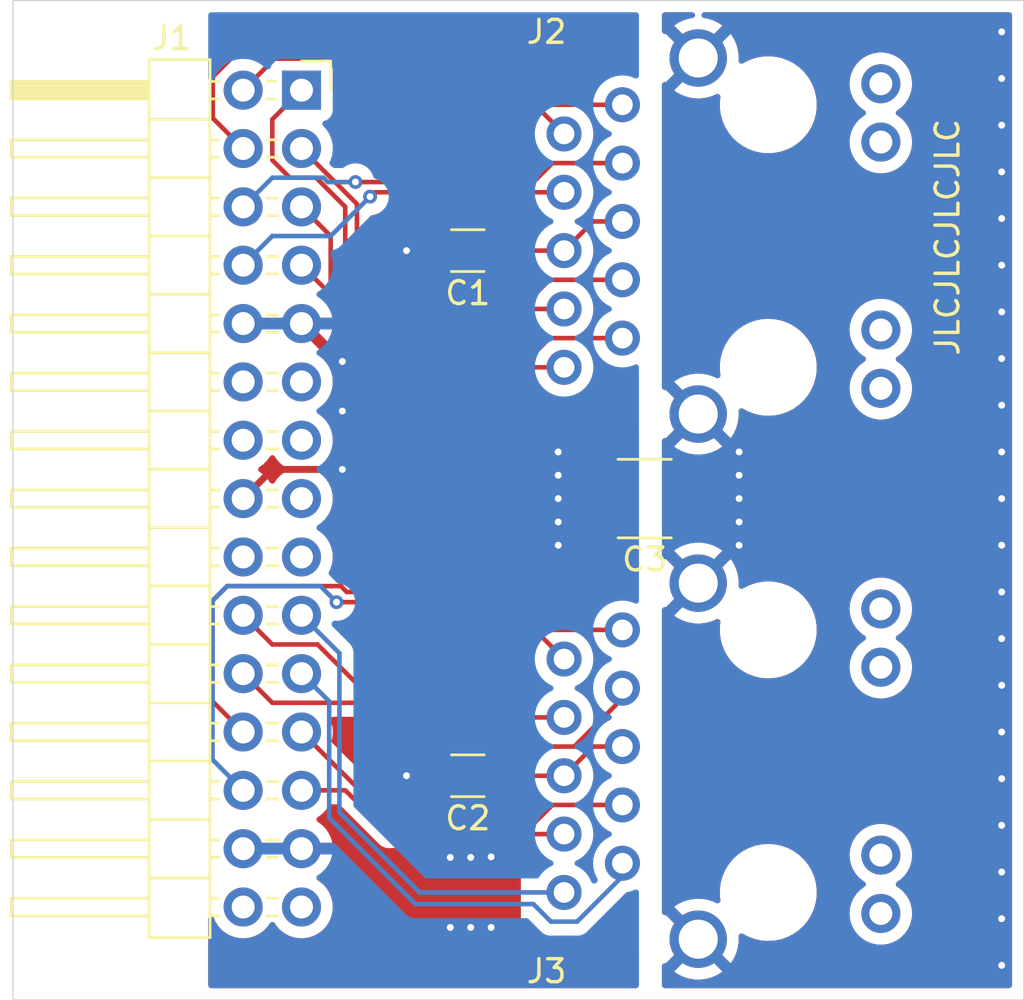
<source format=kicad_pcb>
(kicad_pcb (version 20211014) (generator pcbnew)
  (layers (0 "F.Cu" signal) (31 "B.Cu" signal) (34 "B.Paste" user) (35 "F.Paste" user) (36 "B.SilkS" user "B.Silkscreen") (37 "F.SilkS" user "F.Silkscreen") (38 "B.Mask" user) (39 "F.Mask" user) (44 "Edge.Cuts" user))
  (net 0 "")
  (net 1 "GND")
  (net 2 "Net-(C1-Pad1)")
  (net 3 "Net-(C2-Pad1)")
  (net 4 "Earth")
  (net 5 "/ETH1_4_P")
  (net 6 "/ETH1_4_N")
  (net 7 "/ETH1_3_N")
  (net 8 "/ETH1_3_P")
  (net 9 "Net-(J1-Pad25)")
  (net 10 "Net-(J1-Pad24)")
  (net 11 "Net-(J1-Pad22)")
  (net 12 "/ETH2_3_P")
  (net 13 "/ETH2_3_N")
  (net 14 "/ETH2_4_N")
  (net 15 "/ETH2_4_P")
  (net 16 "Net-(J1-Pad16)")
  (net 17 "Net-(J1-Pad15)")
  (net 18 "/ETH2_2_P")
  (net 19 "/ETH2_2_N")
  (net 20 "/ETH2_1_N")
  (net 21 "/ETH2_1_P")
  (net 22 "Net-(J1-Pad9)")
  (net 23 "Net-(J1-Pad8)")
  (net 24 "Net-(J1-Pad7)")
  (net 25 "Net-(J1-Pad6)")
  (net 26 "/ETH1_1_P")
  (net 27 "/ETH1_1_N")
  (net 28 "/ETH1_2_N")
  (net 29 "/ETH1_2_P")
  (net 30 "Net-(J2-Pad14)")
  (net 31 "Net-(J2-Pad13)")
  (net 32 "Net-(J2-Pad12)")
  (net 33 "Net-(J2-Pad11)")
  (net 34 "Net-(J3-Pad14)")
  (net 35 "Net-(J3-Pad13)")
  (net 36 "Net-(J3-Pad12)")
  (net 37 "Net-(J3-Pad11)")
  (footprint "PMOD:PinHeader_2x15_P2.54mm_Horizontal_PMOD" (layer "F.Cu") (at 37.592 25.4)
    (fp_text reference "J1" (at -7.687 -2.27) (layer "F.SilkS"))
    (fp_text value "P1")
    (fp_line (start -14.672 18.16) (end -8.672 18.16) (layer "F.SilkS") (width 0.12))
    (fp_line (start -8.672 4.7) (end -14.672 4.7) (layer "F.SilkS") (width 0.12))
    (fp_line (start -5.614929 5.46) (end -6.012 5.46) (layer "F.SilkS") (width 0.12))
    (fp_line (start -8.672 22.48) (end -14.672 22.48) (layer "F.SilkS") (width 0.12))
    (fp_line (start -5.614929 28.32) (end -6.012 28.32) (layer "F.SilkS") (width 0.12))
    (fp_line (start -8.672 0.16) (end -14.672 0.16) (layer "F.SilkS") (width 0.12))
    (fp_line (start -3.074929 32.64) (end -3.529071 32.64) (layer "F.SilkS") (width 0.12))
    (fp_line (start -6.012 34.29) (end -8.672 34.29) (layer "F.SilkS") (width 0.12))
    (fp_line (start -3.074929 35.18) (end -3.529071 35.18) (layer "F.SilkS") (width 0.12))
    (fp_line (start -8.672 12.32) (end -14.672 12.32) (layer "F.SilkS") (width 0.12))
    (fp_line (start -8.672 -0.2) (end -14.672 -0.2) (layer "F.SilkS") (width 0.12))
    (fp_line (start -6.012 31.75) (end -8.672 31.75) (layer "F.SilkS") (width 0.12))
    (fp_line (start -3.074929 23.24) (end -3.529071 23.24) (layer "F.SilkS") (width 0.12))
    (fp_line (start -5.614929 8) (end -6.012 8) (layer "F.SilkS") (width 0.12))
    (fp_line (start -3.074929 7.24) (end -3.529071 7.24) (layer "F.SilkS") (width 0.12))
    (fp_line (start -3.074929 25.02) (end -3.529071 25.02) (layer "F.SilkS") (width 0.12))
    (fp_line (start -14.672 30.86) (end -8.672 30.86) (layer "F.SilkS") (width 0.12))
    (fp_line (start -3.074929 22.48) (end -3.529071 22.48) (layer "F.SilkS") (width 0.12))
    (fp_line (start -5.614929 10.54) (end -6.012 10.54) (layer "F.SilkS") (width 0.12))
    (fp_line (start -8.672 19.94) (end -14.672 19.94) (layer "F.SilkS") (width 0.12))
    (fp_line (start -0.762 0) (end -0.762 -1.27) (layer "F.SilkS") (width 0.12))
    (fp_line (start -3.074929 27.56) (end -3.529071 27.56) (layer "F.SilkS") (width 0.12))
    (fp_line (start -5.614929 9.78) (end -6.012 9.78) (layer "F.SilkS") (width 0.12))
    (fp_line (start -6.012 -1.33) (end -6.012 36.89) (layer "F.SilkS") (width 0.12))
    (fp_line (start -14.672 -0.38) (end -14.672 0.38) (layer "F.SilkS") (width 0.12))
    (fp_line (start -6.012 6.35) (end -8.672 6.35) (layer "F.SilkS") (width 0.12))
    (fp_line (start -5.614929 13.08) (end -6.012 13.08) (layer "F.SilkS") (width 0.12))
    (fp_line (start -8.672 -1.33) (end -6.012 -1.33) (layer "F.SilkS") (width 0.12))
    (fp_line (start -14.672 35.18) (end -14.672 35.94) (layer "F.SilkS") (width 0.12))
    (fp_line (start -6.012 21.59) (end -8.672 21.59) (layer "F.SilkS") (width 0.12))
    (fp_line (start -3.074929 10.54) (end -3.529071 10.54) (layer "F.SilkS") (width 0.12))
    (fp_line (start -14.672 0.38) (end -8.672 0.38) (layer "F.SilkS") (width 0.12))
    (fp_line (start -3.074929 2.92) (end -3.529071 2.92) (layer "F.SilkS") (width 0.12))
    (fp_line (start -8.672 14.86) (end -14.672 14.86) (layer "F.SilkS") (width 0.12))
    (fp_line (start -5.614929 17.4) (end -6.012 17.4) (layer "F.SilkS") (width 0.12))
    (fp_line (start -14.672 19.94) (end -14.672 20.7) (layer "F.SilkS") (width 0.12))
    (fp_line (start -14.672 27.56) (end -14.672 28.32) (layer "F.SilkS") (width 0.12))
    (fp_line (start -3.074929 33.4) (end -3.529071 33.4) (layer "F.SilkS") (width 0.12))
    (fp_line (start -14.672 25.78) (end -8.672 25.78) (layer "F.SilkS") (width 0.12))
    (fp_line (start -5.614929 2.92) (end -6.012 2.92) (layer "F.SilkS") (width 0.12))
    (fp_line (start -14.672 2.16) (end -14.672 2.92) (layer "F.SilkS") (width 0.12))
    (fp_line (start -14.672 2.92) (end -8.672 2.92) (layer "F.SilkS") (width 0.12))
    (fp_line (start -6.012 11.43) (end -8.672 11.43) (layer "F.SilkS") (width 0.12))
    (fp_line (start -8.672 17.4) (end -14.672 17.4) (layer "F.SilkS") (width 0.12))
    (fp_line (start -6.012 1.27) (end -8.672 1.27) (layer "F.SilkS") (width 0.12))
    (fp_line (start -5.614929 19.94) (end -6.012 19.94) (layer "F.SilkS") (width 0.12))
    (fp_line (start -3.142 -0.38) (end -3.529071 -0.38) (layer "F.SilkS") (width 0.12))
    (fp_line (start -3.074929 14.86) (end -3.529071 14.86) (layer "F.SilkS") (width 0.12))
    (fp_line (start -14.672 7.24) (end -14.672 8) (layer "F.SilkS") (width 0.12))
    (fp_line (start -3.074929 18.16) (end -3.529071 18.16) (layer "F.SilkS") (width 0.12))
    (fp_line (start -5.614929 2.16) (end -6.012 2.16) (layer "F.SilkS") (width 0.12))
    (fp_line (start -3.074929 12.32) (end -3.529071 12.32) (layer "F.SilkS") (width 0.12))
    (fp_line (start -14.672 10.54) (end -8.672 10.54) (layer "F.SilkS") (width 0.12))
    (fp_line (start -5.614929 14.86) (end -6.012 14.86) (layer "F.SilkS") (width 0.12))
    (fp_line (start -5.614929 4.7) (end -6.012 4.7) (layer "F.SilkS") (width 0.12))
    (fp_line (start -14.672 12.32) (end -14.672 13.08) (layer "F.SilkS") (width 0.12))
    (fp_line (start -14.672 32.64) (end -14.672 33.4) (layer "F.SilkS") (width 0.12))
    (fp_line (start -5.614929 35.18) (end -6.012 35.18) (layer "F.SilkS") (width 0.12))
    (fp_line (start -8.672 -0.08) (end -14.672 -0.08) (layer "F.SilkS") (width 0.12))
    (fp_line (start -6.012 29.21) (end -8.672 29.21) (layer "F.SilkS") (width 0.12))
    (fp_line (start -8.672 35.18) (end -14.672 35.18) (layer "F.SilkS") (width 0.12))
    (fp_line (start -6.012 26.67) (end -8.672 26.67) (layer "F.SilkS") (width 0.12))
    (fp_line (start -5.614929 27.56) (end -6.012 27.56) (layer "F.SilkS") (width 0.12))
    (fp_line (start -6.012 8.89) (end -8.672 8.89) (layer "F.SilkS") (width 0.12))
    (fp_line (start -8.672 36.89) (end -8.672 -1.33) (layer "F.SilkS") (width 0.12))
    (fp_line (start -14.672 15.62) (end -8.672 15.62) (layer "F.SilkS") (width 0.12))
    (fp_line (start -5.614929 30.86) (end -6.012 30.86) (layer "F.SilkS") (width 0.12))
    (fp_line (start -3.074929 30.1) (end -3.529071 30.1) (layer "F.SilkS") (width 0.12))
    (fp_line (start -5.614929 15.62) (end -6.012 15.62) (layer "F.SilkS") (width 0.12))
    (fp_line (start -3.074929 28.32) (end -3.529071 28.32) (layer "F.SilkS") (width 0.12))
    (fp_line (start -5.614929 12.32) (end -6.012 12.32) (layer "F.SilkS") (width 0.12))
    (fp_line (start -6.012 36.89) (end -8.672 36.89) (layer "F.SilkS") (width 0.12))
    (fp_line (start -3.074929 5.46) (end -3.529071 5.46) (layer "F.SilkS") (width 0.12))
    (fp_line (start -0.762 -1.27) (end -2.032 -1.27) (layer "F.SilkS") (width 0.12))
    (fp_line (start -3.074929 19.94) (end -3.529071 19.94) (layer "F.SilkS") (width 0.12))
    (fp_line (start -5.614929 33.4) (end -6.012 33.4) (layer "F.SilkS") (width 0.12))
    (fp_line (start -3.074929 30.86) (end -3.529071 30.86) (layer "F.SilkS") (width 0.12))
    (fp_line (start -8.672 2.16) (end -14.672 2.16) (layer "F.SilkS") (width 0.12))
    (fp_line (start -14.672 25.02) (end -14.672 25.78) (layer "F.SilkS") (width 0.12))
    (fp_line (start -5.614929 25.78) (end -6.012 25.78) (layer "F.SilkS") (width 0.12))
    (fp_line (start -5.614929 25.02) (end -6.012 25.02) (layer "F.SilkS") (width 0.12))
    (fp_line (start -6.012 3.81) (end -8.672 3.81) (layer "F.SilkS") (width 0.12))
    (fp_line (start -5.614929 30.1) (end -6.012 30.1) (layer "F.SilkS") (width 0.12))
    (fp_line (start -8.672 0.04) (end -14.672 0.04) (layer "F.SilkS") (width 0.12))
    (fp_line (start -8.672 30.1) (end -14.672 30.1) (layer "F.SilkS") (width 0.12))
    (fp_line (start -8.672 0.28) (end -14.672 0.28) (layer "F.SilkS") (width 0.12))
    (fp_line (start -8.672 9.78) (end -14.672 9.78) (layer "F.SilkS") (width 0.12))
    (fp_line (start -6.012 16.51) (end -8.672 16.51) (layer "F.SilkS") (width 0.12))
    (fp_line (start -5.614929 20.7) (end -6.012 20.7) (layer "F.SilkS") (width 0.12))
    (fp_line (start -3.074929 17.4) (end -3.529071 17.4) (layer "F.SilkS") (width 0.12))
    (fp_line (start -8.672 -0.38) (end -14.672 -0.38) (layer "F.SilkS") (width 0.12))
    (fp_line (start -14.672 30.1) (end -14.672 30.86) (layer "F.SilkS") (width 0.12))
    (fp_line (start -14.672 5.46) (end -8.672 5.46) (layer "F.SilkS") (width 0.12))
    (fp_line (start -3.074929 15.62) (end -3.529071 15.62) (layer "F.SilkS") (width 0.12))
    (fp_line (start -3.074929 20.7) (end -3.529071 20.7) (layer "F.SilkS") (width 0.12))
    (fp_line (start -3.142 0.38) (end -3.529071 0.38) (layer "F.SilkS") (width 0.12))
    (fp_line (start -14.672 23.24) (end -8.672 23.24) (layer "F.SilkS") (width 0.12))
    (fp_line (start -8.672 25.02) (end -14.672 25.02) (layer "F.SilkS") (width 0.12))
    (fp_line (start -3.074929 35.94) (end -3.529071 35.94) (layer "F.SilkS") (width 0.12))
    (fp_line (start -14.672 14.86) (end -14.672 15.62) (layer "F.SilkS") (width 0.12))
    (fp_line (start -14.672 8) (end -8.672 8) (layer "F.SilkS") (width 0.12))
    (fp_line (start -5.614929 -0.38) (end -6.012 -0.38) (layer "F.SilkS") (width 0.12))
    (fp_line (start -3.074929 2.16) (end -3.529071 2.16) (layer "F.SilkS") (width 0.12))
    (fp_line (start -8.672 -0.32) (end -14.672 -0.32) (layer "F.SilkS") (width 0.12))
    (fp_line (start -8.672 27.56) (end -14.672 27.56) (layer "F.SilkS") (width 0.12))
    (fp_line (start -3.074929 8) (end -3.529071 8) (layer "F.SilkS") (width 0.12))
    (fp_line (start -3.074929 13.08) (end -3.529071 13.08) (layer "F.SilkS") (width 0.12))
    (fp_line (start -5.614929 35.94) (end -6.012 35.94) (layer "F.SilkS") (width 0.12))
    (fp_line (start -5.614929 7.24) (end -6.012 7.24) (layer "F.SilkS") (width 0.12))
    (fp_line (start -14.672 20.7) (end -8.672 20.7) (layer "F.SilkS") (width 0.12))
    (fp_line (start -14.672 28.32) (end -8.672 28.32) (layer "F.SilkS") (width 0.12))
    (fp_line (start -6.012 24.13) (end -8.672 24.13) (layer "F.SilkS") (width 0.12))
    (fp_line (start -5.614929 18.16) (end -6.012 18.16) (layer "F.SilkS") (width 0.12))
    (fp_line (start -6.012 19.05) (end -8.672 19.05) (layer "F.SilkS") (width 0.12))
    (fp_line (start -8.672 7.24) (end -14.672 7.24) (layer "F.SilkS") (width 0.12))
    (fp_line (start -14.672 9.78) (end -14.672 10.54) (layer "F.SilkS") (width 0.12))
    (fp_line (start -14.672 35.94) (end -8.672 35.94) (layer "F.SilkS") (width 0.12))
    (fp_line (start -14.672 33.4) (end -8.672 33.4) (layer "F.SilkS") (width 0.12))
    (fp_line (start -5.614929 32.64) (end -6.012 32.64) (layer "F.SilkS") (width 0.12))
    (fp_line (start -14.672 22.48) (end -14.672 23.24) (layer "F.SilkS") (width 0.12))
    (fp_line (start -3.074929 9.78) (end -3.529071 9.78) (layer "F.SilkS") (width 0.12))
    (fp_line (start -5.614929 0.38) (end -6.012 0.38) (layer "F.SilkS") (width 0.12))
    (fp_line (start -14.672 13.08) (end -8.672 13.08) (layer "F.SilkS") (width 0.12))
    (fp_line (start -8.672 32.64) (end -14.672 32.64) (layer "F.SilkS") (width 0.12))
    (fp_line (start -5.614929 23.24) (end -6.012 23.24) (layer "F.SilkS") (width 0.12))
    (fp_line (start -5.614929 22.48) (end -6.012 22.48) (layer "F.SilkS") (width 0.12))
    (fp_line (start -3.074929 4.7) (end -3.529071 4.7) (layer "F.SilkS") (width 0.12))
    (fp_line (start -6.012 13.97) (end -8.672 13.97) (layer "F.SilkS") (width 0.12))
    (fp_line (start -3.074929 25.78) (end -3.529071 25.78) (layer "F.SilkS") (width 0.12))
    (fp_line (start -14.672 4.7) (end -14.672 5.46) (layer "F.SilkS") (width 0.12))
    (fp_line (start -14.672 17.4) (end -14.672 18.16) (layer "F.SilkS") (width 0.12))
    (pad "1" thru_hole rect locked (at -2.032 0) (size 1.7 1.7) (drill 1) (layers *.Cu *.Mask) (net 29 "/ETH1_2_P"))
    (pad "2" thru_hole oval locked (at -2.032 2.54) (size 1.7 1.7) (drill 1) (layers *.Cu *.Mask) (net 28 "/ETH1_2_N"))
    (pad "3" thru_hole oval locked (at -2.032 5.08) (size 1.7 1.7) (drill 1) (layers *.Cu *.Mask) (net 27 "/ETH1_1_N"))
    (pad "4" thru_hole oval locked (at -2.032 7.62) (size 1.7 1.7) (drill 1) (layers *.Cu *.Mask) (net 26 "/ETH1_1_P"))
    (pad "5" thru_hole oval locked (at -2.032 10.16) (size 1.7 1.7) (drill 1) (layers *.Cu *.Mask) (net 1 "GND"))
    (pad "6" thru_hole oval locked (at -2.032 12.7) (size 1.7 1.7) (drill 1) (layers *.Cu *.Mask) (net 25 "Net-(J1-Pad6)"))
    (pad "7" thru_hole oval locked (at -2.032 15.24) (size 1.7 1.7) (drill 1) (layers *.Cu *.Mask) (net 24 "Net-(J1-Pad7)"))
    (pad "8" thru_hole oval locked (at -2.032 17.78) (size 1.7 1.7) (drill 1) (layers *.Cu *.Mask) (net 23 "Net-(J1-Pad8)"))
    (pad "9" thru_hole oval locked (at -2.032 20.32) (size 1.7 1.7) (drill 1) (layers *.Cu *.Mask) (net 22 "Net-(J1-Pad9)"))
    (pad "10" thru_hole oval locked (at -2.032 22.86) (size 1.7 1.7) (drill 1) (layers *.Cu *.Mask) (net 21 "/ETH2_1_P"))
    (pad "11" thru_hole oval locked (at -2.032 25.4) (size 1.7 1.7) (drill 1) (layers *.Cu *.Mask) (net 20 "/ETH2_1_N"))
    (pad "12" thru_hole oval locked (at -2.032 27.94) (size 1.7 1.7) (drill 1) (layers *.Cu *.Mask) (net 19 "/ETH2_2_N"))
    (pad "13" thru_hole oval locked (at -2.032 30.48) (size 1.7 1.7) (drill 1) (layers *.Cu *.Mask) (net 18 "/ETH2_2_P"))
    (pad "14" thru_hole oval locked (at -2.032 33.02) (size 1.7 1.7) (drill 1) (layers *.Cu *.Mask) (net 1 "GND"))
    (pad "15" thru_hole oval locked (at -2.032 35.56) (size 1.7 1.7) (drill 1) (layers *.Cu *.Mask) (net 17 "Net-(J1-Pad15)"))
    (pad "16" thru_hole oval locked (at -4.572 35.56) (size 1.7 1.7) (drill 1) (layers *.Cu *.Mask) (net 16 "Net-(J1-Pad16)"))
    (pad "17" thru_hole oval locked (at -4.572 33.02) (size 1.7 1.7) (drill 1) (layers *.Cu *.Mask) (net 1 "GND"))
    (pad "18" thru_hole oval locked (at -4.572 30.48) (size 1.7 1.7) (drill 1) (layers *.Cu *.Mask) (net 15 "/ETH2_4_P"))
    (pad "19" thru_hole oval locked (at -4.572 27.94) (size 1.7 1.7) (drill 1) (layers *.Cu *.Mask) (net 14 "/ETH2_4_N"))
    (pad "20" thru_hole oval locked (at -4.572 25.4) (size 1.7 1.7) (drill 1) (layers *.Cu *.Mask) (net 13 "/ETH2_3_N"))
    (pad "21" thru_hole oval locked (at -4.572 22.86) (size 1.7 1.7) (drill 1) (layers *.Cu *.Mask) (net 12 "/ETH2_3_P"))
    (pad "22" thru_hole oval locked (at -4.572 20.32) (size 1.7 1.7) (drill 1) (layers *.Cu *.Mask) (net 11 "Net-(J1-Pad22)"))
    (pad "23" thru_hole oval locked (at -4.572 17.78) (size 1.7 1.7) (drill 1) (layers *.Cu *.Mask) (net 1 "GND"))
    (pad "24" thru_hole oval locked (at -4.572 15.24) (size 1.7 1.7) (drill 1) (layers *.Cu *.Mask) (net 10 "Net-(J1-Pad24)"))
    (pad "25" thru_hole oval locked (at -4.572 12.7) (size 1.7 1.7) (drill 1) (layers *.Cu *.Mask) (net 9 "Net-(J1-Pad25)"))
    (pad "26" thru_hole oval locked (at -4.572 10.16) (size 1.7 1.7) (drill 1) (layers *.Cu *.Mask) (net 1 "GND"))
    (pad "27" thru_hole oval locked (at -4.572 7.62) (size 1.7 1.7) (drill 1) (layers *.Cu *.Mask) (net 8 "/ETH1_3_P"))
    (pad "28" thru_hole oval locked (at -4.572 5.08) (size 1.7 1.7) (drill 1) (layers *.Cu *.Mask) (net 7 "/ETH1_3_N"))
    (pad "29" thru_hole oval locked (at -4.572 2.54) (size 1.7 1.7) (drill 1) (layers *.Cu *.Mask) (net 6 "/ETH1_4_N"))
    (pad "30" thru_hole oval locked (at -4.572 0) (size 1.7 1.7) (drill 1) (layers *.Cu *.Mask) (net 5 "/ETH1_4_P"))
  )
  (footprint "48F-01GY2DPL2NL:48F-01GY2DPL2NL" (layer "F.Cu") (at 55.88 54.61 90)
    (fp_text reference "J3" (at -9.144 -9.652 180) (layer "F.SilkS"))
    (fp_text value "48F-01GY2DPL2NL")
    (pad "" np_thru_hole circle locked (at -5.715 0 90) (size 3.2 3.2) (drill 3.2) (layers *.Cu *.Mask))
    (pad "" np_thru_hole circle locked (at 5.715 0 90) (size 3.2 3.2) (drill 3.2) (layers *.Cu *.Mask))
    (pad "1" thru_hole circle locked (at -5.715 -8.89 90) (size 1.524 1.524) (drill 0.9) (layers *.Cu *.Mask) (net 21 "/ETH2_1_P"))
    (pad "2" thru_hole circle locked (at -4.445 -6.35 90) (size 1.524 1.524) (drill 0.9) (layers *.Cu *.Mask) (net 20 "/ETH2_1_N"))
    (pad "3" thru_hole circle locked (at -3.175 -8.89 90) (size 1.524 1.524) (drill 0.9) (layers *.Cu *.Mask) (net 18 "/ETH2_2_P"))
    (pad "4" thru_hole circle locked (at -1.905 -6.35 90) (size 1.524 1.524) (drill 0.9) (layers *.Cu *.Mask) (net 19 "/ETH2_2_N"))
    (pad "5" thru_hole circle locked (at -0.635 -8.89 90) (size 1.524 1.524) (drill 0.9) (layers *.Cu *.Mask) (net 3 "Net-(C2-Pad1)"))
    (pad "6" thru_hole circle locked (at 0.635 -6.35 90) (size 1.524 1.524) (drill 0.9) (layers *.Cu *.Mask) (net 3 "Net-(C2-Pad1)"))
    (pad "7" thru_hole circle locked (at 1.905 -8.89 90) (size 1.524 1.524) (drill 0.9) (layers *.Cu *.Mask) (net 12 "/ETH2_3_P"))
    (pad "8" thru_hole circle locked (at 3.175 -6.35 90) (size 1.524 1.524) (drill 0.9) (layers *.Cu *.Mask) (net 13 "/ETH2_3_N"))
    (pad "9" thru_hole circle locked (at 4.445 -8.89 90) (size 1.524 1.524) (drill 0.9) (layers *.Cu *.Mask) (net 15 "/ETH2_4_P"))
    (pad "10" thru_hole circle locked (at 5.715 -6.35 90) (size 1.524 1.524) (drill 0.9) (layers *.Cu *.Mask) (net 14 "/ETH2_4_N"))
    (pad "11" thru_hole circle locked (at -6.63 4.9 90) (size 1.7 1.7) (drill 1) (layers *.Cu *.Mask) (net 37 "Net-(J3-Pad11)"))
    (pad "12" thru_hole circle locked (at -4.09 4.9 90) (size 1.7 1.7) (drill 1) (layers *.Cu *.Mask) (net 36 "Net-(J3-Pad12)"))
    (pad "13" thru_hole circle locked (at 4.09 4.9 90) (size 1.7 1.7) (drill 1) (layers *.Cu *.Mask) (net 35 "Net-(J3-Pad13)"))
    (pad "14" thru_hole circle locked (at 6.63 4.9 90) (size 1.7 1.7) (drill 1) (layers *.Cu *.Mask) (net 34 "Net-(J3-Pad14)"))
    (pad "SH" thru_hole circle locked (at 7.75 -3.05 90) (size 2.5 2.5) (drill 1.7) (layers *.Cu *.Mask) (net 4 "Earth"))
    (pad "SH" thru_hole circle locked (at -7.75 -3.05 90) (size 2.5 2.5) (drill 1.7) (layers *.Cu *.Mask) (net 4 "Earth"))
  )
  (footprint "Capacitor_SMD:C_1206_3216Metric" (layer "F.Cu") (at 42.799 55.245 180)
    (fp_text reference "C2" (at 0 -1.85) (layer "F.SilkS"))
    (fp_text value "0.1uF")
    (fp_line (start -0.711252 -0.91) (end 0.711252 -0.91) (layer "F.SilkS") (width 0.12))
    (fp_line (start -0.711252 0.91) (end 0.711252 0.91) (layer "F.SilkS") (width 0.12))
    (pad "1" smd roundrect locked (at -1.475 0 180) (size 1.15 1.8) (layers "F.Cu" "F.Paste" "F.Mask") (roundrect_rratio 0.2173913043) (net 3 "Net-(C2-Pad1)"))
    (pad "2" smd roundrect locked (at 1.475 0 180) (size 1.15 1.8) (layers "F.Cu" "F.Paste" "F.Mask") (roundrect_rratio 0.2173913043) (net 1 "GND"))
  )
  (footprint "Capacitor_SMD:C_1812_4532Metric" (layer "F.Cu") (at 50.5 43.18 180)
    (fp_text reference "C3" (at 0 -2.65) (layer "F.SilkS"))
    (fp_text value "4700pF")
    (fp_line (start -1.161252 -1.71) (end 1.161252 -1.71) (layer "F.SilkS") (width 0.12))
    (fp_line (start -1.161252 1.71) (end 1.161252 1.71) (layer "F.SilkS") (width 0.12))
    (pad "1" smd roundrect locked (at -2.05 0 180) (size 1.4 3.4) (layers "F.Cu" "F.Paste" "F.Mask") (roundrect_rratio 0.1785707143) (net 4 "Earth"))
    (pad "2" smd roundrect locked (at 2.05 0 180) (size 1.4 3.4) (layers "F.Cu" "F.Paste" "F.Mask") (roundrect_rratio 0.1785707143) (net 1 "GND"))
  )
  (footprint "Capacitor_SMD:C_1206_3216Metric" (layer "F.Cu") (at 42.799 32.385 180)
    (fp_text reference "C1" (at 0 -1.85) (layer "F.SilkS"))
    (fp_text value "0.1uF")
    (fp_line (start -0.711252 0.91) (end 0.711252 0.91) (layer "F.SilkS") (width 0.12))
    (fp_line (start -0.711252 -0.91) (end 0.711252 -0.91) (layer "F.SilkS") (width 0.12))
    (pad "1" smd roundrect locked (at -1.475 0 180) (size 1.15 1.8) (layers "F.Cu" "F.Paste" "F.Mask") (roundrect_rratio 0.2173913043) (net 2 "Net-(C1-Pad1)"))
    (pad "2" smd roundrect locked (at 1.475 0 180) (size 1.15 1.8) (layers "F.Cu" "F.Paste" "F.Mask") (roundrect_rratio 0.2173913043) (net 1 "GND"))
  )
  (footprint "48F-01GY2DPL2NL:48F-01GY2DPL2NL" (layer "F.Cu") (at 55.88 31.75 90)
    (fp_text reference "J2" (at 8.89 -9.652 180) (layer "F.SilkS"))
    (fp_text value "48F-01GY2DPL2NL")
    (pad "" np_thru_hole circle locked (at -5.715 0 90) (size 3.2 3.2) (drill 3.2) (layers *.Cu *.Mask))
    (pad "" np_thru_hole circle locked (at 5.715 0 90) (size 3.2 3.2) (drill 3.2) (layers *.Cu *.Mask))
    (pad "1" thru_hole circle locked (at -5.715 -8.89 90) (size 1.524 1.524) (drill 0.9) (layers *.Cu *.Mask) (net 26 "/ETH1_1_P"))
    (pad "2" thru_hole circle locked (at -4.445 -6.35 90) (size 1.524 1.524) (drill 0.9) (layers *.Cu *.Mask) (net 27 "/ETH1_1_N"))
    (pad "3" thru_hole circle locked (at -3.175 -8.89 90) (size 1.524 1.524) (drill 0.9) (layers *.Cu *.Mask) (net 29 "/ETH1_2_P"))
    (pad "4" thru_hole circle locked (at -1.905 -6.35 90) (size 1.524 1.524) (drill 0.9) (layers *.Cu *.Mask) (net 28 "/ETH1_2_N"))
    (pad "5" thru_hole circle locked (at -0.635 -8.89 90) (size 1.524 1.524) (drill 0.9) (layers *.Cu *.Mask) (net 2 "Net-(C1-Pad1)"))
    (pad "6" thru_hole circle locked (at 0.635 -6.35 90) (size 1.524 1.524) (drill 0.9) (layers *.Cu *.Mask) (net 2 "Net-(C1-Pad1)"))
    (pad "7" thru_hole circle locked (at 1.905 -8.89 90) (size 1.524 1.524) (drill 0.9) (layers *.Cu *.Mask) (net 8 "/ETH1_3_P"))
    (pad "8" thru_hole circle locked (at 3.175 -6.35 90) (size 1.524 1.524) (drill 0.9) (layers *.Cu *.Mask) (net 7 "/ETH1_3_N"))
    (pad "9" thru_hole circle locked (at 4.445 -8.89 90) (size 1.524 1.524) (drill 0.9) (layers *.Cu *.Mask) (net 5 "/ETH1_4_P"))
    (pad "10" thru_hole circle locked (at 5.715 -6.35 90) (size 1.524 1.524) (drill 0.9) (layers *.Cu *.Mask) (net 6 "/ETH1_4_N"))
    (pad "11" thru_hole circle locked (at -6.63 4.9 90) (size 1.7 1.7) (drill 1) (layers *.Cu *.Mask) (net 33 "Net-(J2-Pad11)"))
    (pad "12" thru_hole circle locked (at -4.09 4.9 90) (size 1.7 1.7) (drill 1) (layers *.Cu *.Mask) (net 32 "Net-(J2-Pad12)"))
    (pad "13" thru_hole circle locked (at 4.09 4.9 90) (size 1.7 1.7) (drill 1) (layers *.Cu *.Mask) (net 31 "Net-(J2-Pad13)"))
    (pad "14" thru_hole circle locked (at 6.63 4.9 90) (size 1.7 1.7) (drill 1) (layers *.Cu *.Mask) (net 30 "Net-(J2-Pad14)"))
    (pad "SH" thru_hole circle locked (at 7.75 -3.05 90) (size 2.5 2.5) (drill 1.7) (layers *.Cu *.Mask) (net 4 "Earth"))
    (pad "SH" thru_hole circle locked (at -7.75 -3.05 90) (size 2.5 2.5) (drill 1.7) (layers *.Cu *.Mask) (net 4 "Earth"))
  )
  (gr_line (start 23 21.5) (end 67 21.5) (layer "Edge.Cuts") (width 0.05))
  (gr_line (start 67 65) (end 23 65) (layer "Edge.Cuts") (width 0.05))
  (gr_line (start 67 21.5) (end 67 65) (layer "Edge.Cuts") (width 0.05))
  (gr_line (start 23 65) (end 23 21.5) (layer "Edge.Cuts") (width 0.05))
  (gr_text "JLCJLCJLCJLC" (at 63.68 31.8 90) (layer "F.SilkS") (effects (font (size 1 1))))
  (segment (start 35.56 35.56) (end 36.703 36.703) (width 0.5) (layer "F.Cu") (net 1))
  (segment (start 34.29 41.91) (end 37.338 41.91) (width 0.3) (layer "F.Cu") (net 1))
  (segment (start 33.02 43.18) (end 34.29 41.91) (width 0.3) (layer "F.Cu") (net 1))
  (via (at 42.037 61.849) (size 0.6) (drill 0.3) (layers "F.Cu" "B.Cu") (net 1))
  (via (at 43.815 58.7756) (size 0.6) (drill 0.3) (layers "F.Cu" "B.Cu") (net 1))
  (via (at 37.338 41.91) (size 0.6) (drill 0.3) (layers "F.Cu" "B.Cu") (net 1))
  (via (at 40.132 32.385) (size 0.6) (drill 0.3) (layers "F.Cu" "B.Cu") (net 1))
  (via (at 43.815 61.849) (size 0.6) (drill 0.3) (layers "F.Cu" "B.Cu") (net 1))
  (via (at 42.926 58.801) (size 0.6) (drill 0.3) (layers "F.Cu" "B.Cu") (net 1))
  (via (at 46.736 43.18) (size 0.6) (drill 0.3) (layers "F.Cu" "B.Cu") (net 1))
  (via (at 46.736 41.148) (size 0.6) (drill 0.3) (layers "F.Cu" "B.Cu") (net 1))
  (via (at 37.338 39.37) (size 0.6) (drill 0.3) (layers "F.Cu" "B.Cu") (net 1))
  (via (at 40.132 55.245) (size 0.6) (drill 0.3) (layers "F.Cu" "B.Cu") (net 1))
  (via (at 42.926 61.849) (size 0.6) (drill 0.3) (layers "F.Cu" "B.Cu") (net 1))
  (via (at 46.736 45.212) (size 0.6) (drill 0.3) (layers "F.Cu" "B.Cu") (net 1))
  (via (at 46.736 42.164) (size 0.6) (drill 0.3) (layers "F.Cu" "B.Cu") (net 1))
  (via (at 37.338 37.211) (size 0.6) (drill 0.3) (layers "F.Cu" "B.Cu") (net 1))
  (via (at 46.736 44.196) (size 0.6) (drill 0.3) (layers "F.Cu" "B.Cu") (net 1))
  (via (at 42.037 58.801) (size 0.6) (drill 0.3) (layers "F.Cu" "B.Cu") (net 1))
  (segment (start 49.53 31.115) (end 48.26 31.115) (width 0.2) (layer "F.Cu") (net 2))
  (segment (start 48.26 31.115) (end 46.99 32.385) (width 0.2) (layer "F.Cu") (net 2))
  (segment (start 44.274 32.385) (end 46.99 32.385) (width 0.2) (layer "F.Cu") (net 2))
  (segment (start 48.26 53.975) (end 46.99 55.245) (width 0.2) (layer "F.Cu") (net 3))
  (segment (start 46.99 55.245) (end 44.274 55.245) (width 0.2) (layer "F.Cu") (net 3))
  (segment (start 49.53 53.975) (end 48.26 53.975) (width 0.2) (layer "F.Cu") (net 3))
  (via (at 66.04 33.02) (size 0.6) (drill 0.3) (layers "F.Cu" "B.Cu") (net 4))
  (via (at 66.04 28.956) (size 0.6) (drill 0.3) (layers "F.Cu" "B.Cu") (net 4))
  (via (at 66.04 24.892) (size 0.6) (drill 0.3) (layers "F.Cu" "B.Cu") (net 4))
  (via (at 66.04 61.468) (size 0.6) (drill 0.3) (layers "F.Cu" "B.Cu") (net 4))
  (via (at 54.61 42.164) (size 0.6) (drill 0.3) (layers "F.Cu" "B.Cu") (net 4))
  (via (at 66.04 30.988) (size 0.6) (drill 0.3) (layers "F.Cu" "B.Cu") (net 4))
  (via (at 66.04 49.276) (size 0.6) (drill 0.3) (layers "F.Cu" "B.Cu") (net 4))
  (via (at 66.04 45.212) (size 0.6) (drill 0.3) (layers "F.Cu" "B.Cu") (net 4))
  (via (at 54.61 43.18) (size 0.6) (drill 0.3) (layers "F.Cu" "B.Cu") (net 4))
  (via (at 66.04 57.404) (size 0.6) (drill 0.3) (layers "F.Cu" "B.Cu") (net 4))
  (via (at 66.04 35.052) (size 0.6) (drill 0.3) (layers "F.Cu" "B.Cu") (net 4))
  (via (at 66.04 37.084) (size 0.6) (drill 0.3) (layers "F.Cu" "B.Cu") (net 4))
  (via (at 66.04 55.372) (size 0.6) (drill 0.3) (layers "F.Cu" "B.Cu") (net 4))
  (via (at 66.04 26.924) (size 0.6) (drill 0.3) (layers "F.Cu" "B.Cu") (net 4))
  (via (at 66.04 41.148) (size 0.6) (drill 0.3) (layers "F.Cu" "B.Cu") (net 4))
  (via (at 66.04 51.308) (size 0.6) (drill 0.3) (layers "F.Cu" "B.Cu") (net 4))
  (via (at 54.61 44.196) (size 0.6) (drill 0.3) (layers "F.Cu" "B.Cu") (net 4))
  (via (at 66.04 43.18) (size 0.6) (drill 0.3) (layers "F.Cu" "B.Cu") (net 4))
  (via (at 66.04 53.34) (size 0.6) (drill 0.3) (layers "F.Cu" "B.Cu") (net 4))
  (via (at 66.04 39.116) (size 0.6) (drill 0.3) (layers "F.Cu" "B.Cu") (net 4))
  (via (at 54.61 45.212) (size 0.6) (drill 0.3) (layers "F.Cu" "B.Cu") (net 4))
  (via (at 54.61 41.148) (size 0.6) (drill 0.3) (layers "F.Cu" "B.Cu") (net 4))
  (via (at 66.04 22.86) (size 0.6) (drill 0.3) (layers "F.Cu" "B.Cu") (net 4))
  (via (at 66.04 47.244) (size 0.6) (drill 0.3) (layers "F.Cu" "B.Cu") (net 4))
  (via (at 66.04 59.436) (size 0.6) (drill 0.3) (layers "F.Cu" "B.Cu") (net 4))
  (via (at 66.04 63.5) (size 0.6) (drill 0.3) (layers "F.Cu" "B.Cu") (net 4))
  (segment (start 34.3916 24.0284) (end 33.02 25.4) (width 0.2) (layer "F.Cu") (net 5))
  (segment (start 46.99 27.305) (end 43.7134 24.0284) (width 0.2) (layer "F.Cu") (net 5))
  (segment (start 43.7134 24.0284) (end 34.3916 24.0284) (width 0.2) (layer "F.Cu") (net 5))
  (segment (start 31.6992 24.8158) (end 31.6992 26.6192) (width 0.2) (layer "F.Cu") (net 6))
  (segment (start 46.2915 26.035) (end 43.8785 23.622) (width 0.2) (layer "F.Cu") (net 6))
  (segment (start 49.53 26.035) (end 46.2915 26.035) (width 0.2) (layer "F.Cu") (net 6))
  (segment (start 32.893 23.622) (end 31.6992 24.8158) (width 0.2) (layer "F.Cu") (net 6))
  (segment (start 43.8785 23.622) (end 32.893 23.622) (width 0.2) (layer "F.Cu") (net 6))
  (segment (start 31.6992 26.6192) (end 33.02 27.94) (width 0.2) (layer "F.Cu") (net 6))
  (segment (start 37.9095 29.4005) (end 45.6565 29.4005) (width 0.2) (layer "F.Cu") (net 7))
  (segment (start 46.482 28.575) (end 49.53 28.575) (width 0.2) (layer "F.Cu") (net 7))
  (segment (start 45.6565 29.4005) (end 46.482 28.575) (width 0.2) (layer "F.Cu") (net 7))
  (via (at 37.9095 29.4005) (size 0.6) (drill 0.3) (layers "F.Cu" "B.Cu") (net 7))
  (segment (start 37.9095 29.4005) (end 36.703 29.4005) (width 0.2) (layer "B.Cu") (net 7))
  (segment (start 36.703 29.4005) (end 36.5125 29.21) (width 0.2) (layer "B.Cu") (net 7))
  (segment (start 36.5125 29.21) (end 34.29 29.21) (width 0.2) (layer "B.Cu") (net 7))
  (segment (start 34.29 29.21) (end 33.02 30.48) (width 0.2) (layer "B.Cu") (net 7))
  (segment (start 38.5445 30.0355) (end 38.735 29.845) (width 0.2) (layer "F.Cu") (net 8))
  (segment (start 38.735 29.845) (end 46.99 29.845) (width 0.2) (layer "F.Cu") (net 8))
  (via (at 38.5445 30.0355) (size 0.6) (drill 0.3) (layers "F.Cu" "B.Cu") (net 8))
  (segment (start 34.163 31.877) (end 33.02 33.02) (width 0.2) (layer "B.Cu") (net 8))
  (segment (start 36.83 31.75) (end 34.29 31.75) (width 0.2) (layer "B.Cu") (net 8))
  (segment (start 34.29 31.75) (end 34.163 31.877) (width 0.2) (layer "B.Cu") (net 8))
  (segment (start 38.5445 30.0355) (end 36.83 31.75) (width 0.2) (layer "B.Cu") (net 8))
  (segment (start 45.085 52.705) (end 46.99 52.705) (width 0.2) (layer "F.Cu") (net 12))
  (segment (start 38.354 51.6255) (end 44.0055 51.6255) (width 0.2) (layer "F.Cu") (net 12))
  (segment (start 36.2585 49.53) (end 38.354 51.6255) (width 0.2) (layer "F.Cu") (net 12))
  (segment (start 34.29 49.53) (end 36.2585 49.53) (width 0.2) (layer "F.Cu") (net 12))
  (segment (start 44.0055 51.6255) (end 45.085 52.705) (width 0.2) (layer "F.Cu") (net 12))
  (segment (start 33.02 48.26) (end 34.29 49.53) (width 0.2) (layer "F.Cu") (net 12))
  (segment (start 43.815 52.07) (end 45.72 53.975) (width 0.2) (layer "F.Cu") (net 13))
  (segment (start 49.53 51.8795) (end 49.53 51.435) (width 0.2) (layer "F.Cu") (net 13))
  (segment (start 34.29 52.07) (end 43.815 52.07) (width 0.2) (layer "F.Cu") (net 13))
  (segment (start 33.02 50.8) (end 34.29 52.07) (width 0.2) (layer "F.Cu") (net 13))
  (segment (start 47.4345 53.975) (end 49.53 51.8795) (width 0.2) (layer "F.Cu") (net 13))
  (segment (start 45.72 53.975) (end 47.4345 53.975) (width 0.2) (layer "F.Cu") (net 13))
  (segment (start 31.6865 52.0065) (end 31.6865 47.625) (width 0.2) (layer "F.Cu") (net 14))
  (segment (start 33.02 53.34) (end 31.6865 52.0065) (width 0.2) (layer "F.Cu") (net 14))
  (segment (start 37.5285 47.244) (end 44.704 47.244) (width 0.2) (layer "F.Cu") (net 14))
  (segment (start 32.3215 46.99) (end 37.2745 46.99) (width 0.2) (layer "F.Cu") (net 14))
  (segment (start 44.704 47.244) (end 46.355 48.895) (width 0.2) (layer "F.Cu") (net 14))
  (segment (start 31.6865 47.625) (end 32.3215 46.99) (width 0.2) (layer "F.Cu") (net 14))
  (segment (start 37.2745 46.99) (end 37.5285 47.244) (width 0.2) (layer "F.Cu") (net 14))
  (segment (start 46.355 48.895) (end 49.53 48.895) (width 0.2) (layer "F.Cu") (net 14))
  (segment (start 37.084 47.6885) (end 44.5135 47.6885) (width 0.2) (layer "F.Cu") (net 15))
  (segment (start 44.5135 47.6885) (end 46.99 50.165) (width 0.2) (layer "F.Cu") (net 15))
  (via (at 37.084 47.6885) (size 0.6) (drill 0.3) (layers "F.Cu" "B.Cu") (net 15))
  (segment (start 33.02 55.88) (end 31.6865 54.5465) (width 0.2) (layer "B.Cu") (net 15))
  (segment (start 31.6865 47.625) (end 32.3215 46.99) (width 0.2) (layer "B.Cu") (net 15))
  (segment (start 32.3215 46.99) (end 35.179 46.99) (width 0.2) (layer "B.Cu") (net 15))
  (segment (start 37.084 47.6885) (end 36.3855 46.99) (width 0.2) (layer "B.Cu") (net 15))
  (segment (start 31.6865 54.5465) (end 31.6865 47.625) (width 0.2) (layer "B.Cu") (net 15))
  (segment (start 36.3855 46.99) (end 35.179 46.99) (width 0.2) (layer "B.Cu") (net 15))
  (segment (start 39.37 57.785) (end 37.465 55.88) (width 0.2) (layer "F.Cu") (net 18))
  (segment (start 46.99 57.785) (end 39.37 57.785) (width 0.2) (layer "F.Cu") (net 18))
  (segment (start 37.465 55.88) (end 35.56 55.88) (width 0.2) (layer "F.Cu") (net 18))
  (segment (start 45.6565 57.3405) (end 39.5605 57.3405) (width 0.2) (layer "F.Cu") (net 19))
  (segment (start 49.53 56.515) (end 46.482 56.515) (width 0.2) (layer "F.Cu") (net 19))
  (segment (start 46.482 56.515) (end 45.6565 57.3405) (width 0.2) (layer "F.Cu") (net 19))
  (segment (start 39.5605 57.3405) (end 36.83 54.61) (width 0.2) (layer "F.Cu") (net 19))
  (segment (start 36.83 54.61) (end 35.56 53.34) (width 0.2) (layer "F.Cu") (net 19))
  (segment (start 46.4185 61.595) (end 47.5615 61.595) (width 0.2) (layer "B.Cu") (net 20))
  (segment (start 40.513 60.833) (end 45.6565 60.833) (width 0.2) (layer "B.Cu") (net 20))
  (segment (start 36.7665 57.0865) (end 40.513 60.833) (width 0.2) (layer "B.Cu") (net 20))
  (segment (start 36.7665 52.0065) (end 36.7665 57.0865) (width 0.2) (layer "B.Cu") (net 20))
  (segment (start 45.6565 60.833) (end 46.4185 61.595) (width 0.2) (layer "B.Cu") (net 20))
  (segment (start 49.53 59.6265) (end 49.53 59.055) (width 0.2) (layer "B.Cu") (net 20))
  (segment (start 35.56 50.8) (end 36.7665 52.0065) (width 0.2) (layer "B.Cu") (net 20))
  (segment (start 47.5615 61.595) (end 49.53 59.6265) (width 0.2) (layer "B.Cu") (net 20))
  (segment (start 35.56 48.26) (end 37.211 49.911) (width 0.2) (layer "B.Cu") (net 21))
  (segment (start 37.211 56.8325) (end 40.7035 60.325) (width 0.2) (layer "B.Cu") (net 21))
  (segment (start 37.211 49.911) (end 37.211 56.8325) (width 0.2) (layer "B.Cu") (net 21))
  (segment (start 40.7035 60.325) (end 46.99 60.325) (width 0.2) (layer "B.Cu") (net 21))
  (segment (start 40.005 37.465) (end 46.99 37.465) (width 0.2) (layer "F.Cu") (net 26))
  (segment (start 35.56 33.02) (end 40.005 37.465) (width 0.2) (layer "F.Cu") (net 26))
  (segment (start 45.5295 37.0205) (end 40.1955 37.0205) (width 0.2) (layer "F.Cu") (net 27))
  (segment (start 46.355 36.195) (end 45.5295 37.0205) (width 0.2) (layer "F.Cu") (net 27))
  (segment (start 36.83 31.75) (end 35.56 30.48) (width 0.2) (layer "F.Cu") (net 27))
  (segment (start 36.83 33.655) (end 36.83 31.75) (width 0.2) (layer "F.Cu") (net 27))
  (segment (start 40.1955 37.0205) (end 36.83 33.655) (width 0.2) (layer "F.Cu") (net 27))
  (segment (start 49.53 36.195) (end 46.355 36.195) (width 0.2) (layer "F.Cu") (net 27))
  (segment (start 45.5295 34.4805) (end 40.0685 34.4805) (width 0.2) (layer "F.Cu") (net 28))
  (segment (start 37.973 30.353) (end 35.56 27.94) (width 0.2) (layer "F.Cu") (net 28))
  (segment (start 37.973 32.385) (end 37.973 30.353) (width 0.2) (layer "F.Cu") (net 28))
  (segment (start 49.53 33.655) (end 46.355 33.655) (width 0.2) (layer "F.Cu") (net 28))
  (segment (start 46.355 33.655) (end 45.5295 34.4805) (width 0.2) (layer "F.Cu") (net 28))
  (segment (start 40.0685 34.4805) (end 37.973 32.385) (width 0.2) (layer "F.Cu") (net 28))
  (segment (start 36.195 29.21) (end 35.052 29.21) (width 0.2) (layer "F.Cu") (net 29))
  (segment (start 37.465 32.4485) (end 37.465 30.48) (width 0.2) (layer "F.Cu") (net 29))
  (segment (start 39.9415 34.925) (end 37.465 32.4485) (width 0.2) (layer "F.Cu") (net 29))
  (segment (start 34.29 26.67) (end 35.56 25.4) (width 0.2) (layer "F.Cu") (net 29))
  (segment (start 35.052 29.21) (end 34.29 28.448) (width 0.2) (layer "F.Cu") (net 29))
  (segment (start 46.99 34.925) (end 39.9415 34.925) (width 0.2) (layer "F.Cu") (net 29))
  (segment (start 37.465 30.48) (end 36.195 29.21) (width 0.2) (layer "F.Cu") (net 29))
  (segment (start 34.29 28.448) (end 34.29 26.67) (width 0.2) (layer "F.Cu") (net 29))
  (zone (net 1) (net_name "GND") (layer "F.Cu") (connect_pads (clearance 0.508)) (min_thickness 0.254) (fill yes (thermal_gap 0.508) (thermal_bridge_width 0.508))
    (polygon (pts (xy 50.25 23.5458) (xy 45.1104 23.5458) (xy 45.1104 39.9542) (xy 50.25 39.9542) (xy 50.25 46.4058) (xy 45.1104 46.4058) (xy 45.1104 62.8142) (xy 50.25 62.8142) (xy 50.25 65) (xy 31.5 65) (xy 31.5 21.5) (xy 50.25 21.5)))
  )
  (zone (net 4) (net_name "Earth") (layer "F.Cu") (connect_pads (clearance 0.508)) (min_thickness 0.254) (fill yes (thermal_gap 0.508) (thermal_bridge_width 0.508))
    (polygon (pts (xy 67 65) (xy 51.25 65) (xy 51.25 21.5) (xy 67 21.5)))
  )
  (zone (net 4) (net_name "Earth") (layer "B.Cu") (connect_pads (clearance 0.508)) (min_thickness 0.254) (fill yes (thermal_gap 0.508) (thermal_bridge_width 0.508))
    (polygon (pts (xy 67 65) (xy 51.25 65) (xy 51.25 21.5) (xy 67 21.5)))
  )
  (zone (net 1) (net_name "GND") (layer "B.Cu") (connect_pads (clearance 0.508)) (min_thickness 0.254) (fill yes (thermal_gap 0.508) (thermal_bridge_width 0.508))
    (polygon (pts (xy 50.25 65) (xy 31.5 65) (xy 31.5 21.5) (xy 50.25 21.5)))
  )
)
</source>
